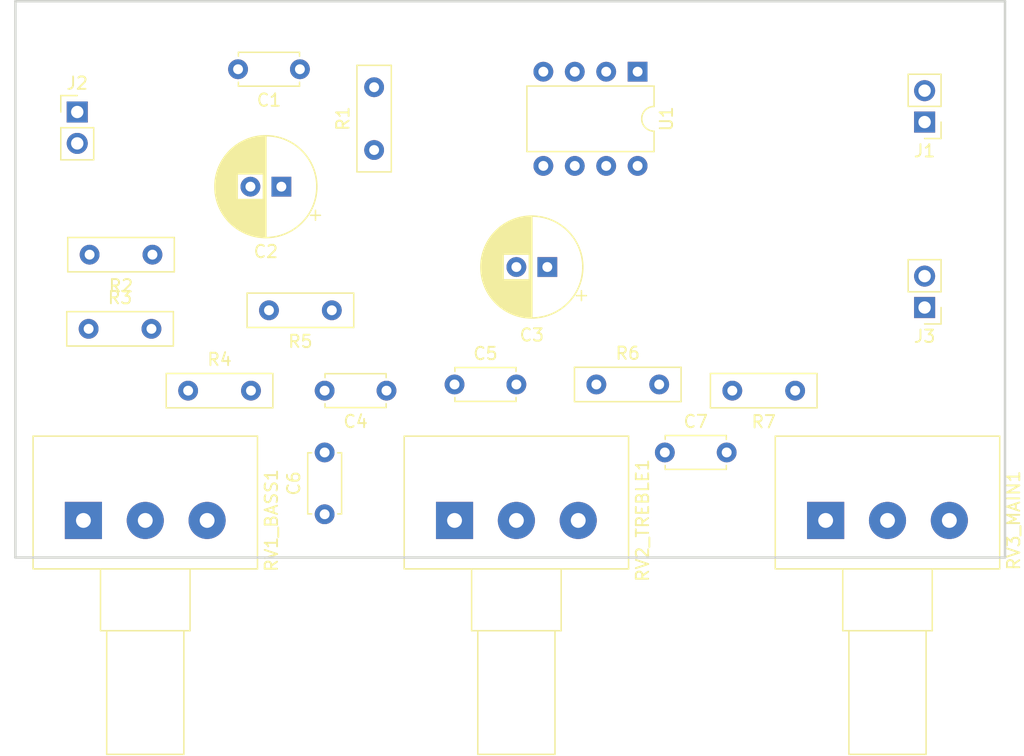
<source format=kicad_pcb>
(kicad_pcb (version 20240108) (generator "pcbnew") (generator_version "8.0")
  (layers (0 "F.Cu" signal) (31 "B.Cu" signal) (34 "B.Paste" user) (35 "F.Paste" user) (36 "B.SilkS" user "B.Silkscreen") (37 "F.SilkS" user "F.Silkscreen") (38 "B.Mask" user) (39 "F.Mask" user) (44 "Edge.Cuts" user))
  (net 0 "")
  (net 1 "-Aud_in")
  (net 2 "Net-(U1A-+)")
  (net 3 "Net-(C2-Pad2)")
  (net 4 "+Aud_in")
  (net 5 "Net-(C3-Pad1)")
  (net 6 "Net-(C3-Pad2)")
  (net 7 "Net-(C4-Pad2)")
  (net 8 "Net-(C5-Pad2)")
  (net 9 "Net-(C6-Pad1)")
  (net 10 "Net-(C7-Pad1)")
  (net 11 "Net-(C7-Pad2)")
  (net 12 "+VDC")
  (net 13 "-VDC")
  (net 14 "+Aud_Out")
  (net 15 "GND")
  (net 16 "Net-(U1A--)")
  (net 17 "Net-(R5-Pad2)")
  (net 18 "Net-(R6-Pad2)")
  (footprint "Capacitor_THT:C_Disc_D4.7mm_W2.5mm_P5.00mm" (layer "F.Cu") (at 212.5 101.5)
    (property "Reference" "C7" (at 2.5 -2.5 360) (layer "F.SilkS"))
    (property "Value" "C")
    (fp_line (start 0.03 -1.37) (end 0.03 -1.055) (stroke (width 0.12)) (layer "F.SilkS"))
    (fp_line (start 0.03 -1.37) (end 4.97 -1.37) (stroke (width 0.12)) (layer "F.SilkS"))
    (fp_line (start 0.03 1.055) (end 0.03 1.37) (stroke (width 0.12)) (layer "F.SilkS"))
    (fp_line (start 0.03 1.37) (end 4.97 1.37) (stroke (width 0.12)) (layer "F.SilkS"))
    (fp_line (start 4.97 -1.37) (end 4.97 -1.055) (stroke (width 0.12)) (layer "F.SilkS"))
    (fp_line (start 4.97 1.055) (end 4.97 1.37) (stroke (width 0.12)) (layer "F.SilkS"))
    (pad "1" thru_hole circle (at 0 0) (size 1.6 1.6) (drill 0.8) (layers "*.Cu" "*.Mask") (net 10 "Net-(C7-Pad1)"))
    (pad "2" thru_hole circle (at 5 0) (size 1.6 1.6) (drill 0.8) (layers "*.Cu" "*.Mask") (net 11 "Net-(C7-Pad2)"))
  )
  (footprint "Capacitor_THT:C_Disc_D4.7mm_W2.5mm_P5.00mm" (layer "F.Cu") (at 195.5 96)
    (property "Reference" "C5" (at 2.5 -2.5 0) (layer "F.SilkS"))
    (property "Value" "22nF")
    (fp_line (start 0.03 -1.37) (end 0.03 -1.055) (stroke (width 0.12)) (layer "F.SilkS"))
    (fp_line (start 0.03 -1.37) (end 4.97 -1.37) (stroke (width 0.12)) (layer "F.SilkS"))
    (fp_line (start 0.03 1.055) (end 0.03 1.37) (stroke (width 0.12)) (layer "F.SilkS"))
    (fp_line (start 0.03 1.37) (end 4.97 1.37) (stroke (width 0.12)) (layer "F.SilkS"))
    (fp_line (start 4.97 -1.37) (end 4.97 -1.055) (stroke (width 0.12)) (layer "F.SilkS"))
    (fp_line (start 4.97 1.055) (end 4.97 1.37) (stroke (width 0.12)) (layer "F.SilkS"))
    (pad "1" thru_hole circle (at 0 0) (size 1.6 1.6) (drill 0.8) (layers "*.Cu" "*.Mask") (net 7 "Net-(C4-Pad2)"))
    (pad "2" thru_hole circle (at 5 0) (size 1.6 1.6) (drill 0.8) (layers "*.Cu" "*.Mask") (net 8 "Net-(C5-Pad2)"))
  )
  (footprint "Potentiometer_THT:Potentiometer_Alps_RK163_Single_Horizontal" (layer "F.Cu") (at 195.5 107 90)
    (property "Reference" "RV2_TREBLE1" (at 0 15.2 90) (layer "F.SilkS"))
    (property "Value" "100K")
    (fp_line (start 6.82 -4.07) (end -3.92 -4.07) (stroke (width 0.12)) (layer "F.SilkS"))
    (fp_line (start -3.92 1.38) (end -8.92 1.38) (stroke (width 0.12)) (layer "F.SilkS"))
    (fp_line (start -8.92 1.88) (end -18.92 1.88) (stroke (width 0.12)) (layer "F.SilkS"))
    (fp_line (start -8.92 8.12) (end -18.92 8.12) (stroke (width 0.12)) (layer "F.SilkS"))
    (fp_line (start -18.92 8.12) (end -18.92 1.88) (stroke (width 0.12)) (layer "F.SilkS"))
    (fp_line (start -3.92 8.62) (end -8.92 8.62) (stroke (width 0.12)) (layer "F.SilkS"))
    (fp_line (start -8.92 8.62) (end -8.92 1.38) (stroke (width 0.12)) (layer "F.SilkS"))
    (fp_line (start 6.82 14.07) (end 6.82 -4.07) (stroke (width 0.12)) (layer "F.SilkS"))
    (fp_line (start 6.82 14.07) (end -3.92 14.07) (stroke (width 0.12)) (layer "F.SilkS"))
    (fp_line (start -3.92 14.07) (end -3.92 -4.07) (stroke (width 0.12)) (layer "F.SilkS"))
    (pad "1" thru_hole rect (at 0 0 270) (size 3 3) (drill 1.2) (layers "*.Cu" "*.Mask") (net 10 "Net-(C7-Pad1)"))
    (pad "2" thru_hole circle (at 0 5 270) (size 3 3) (drill 1.2) (layers "*.Cu" "*.Mask") (net 18 "Net-(R6-Pad2)"))
    (pad "3" thru_hole circle (at 0 10 270) (size 3 3) (drill 1.2) (layers "*.Cu" "*.Mask") (net 8 "Net-(C5-Pad2)"))
  )
  (footprint "Potentiometer_THT:Potentiometer_Alps_RK163_Single_Horizontal" (layer "F.Cu") (at 165.5 107 90)
    (property "Reference" "RV1_BASS1" (at 0 15.2 90) (layer "F.SilkS"))
    (property "Value" "100K")
    (fp_line (start 6.82 -4.07) (end -3.92 -4.07) (stroke (width 0.12)) (layer "F.SilkS"))
    (fp_line (start -3.92 1.38) (end -8.92 1.38) (stroke (width 0.12)) (layer "F.SilkS"))
    (fp_line (start -8.92 1.88) (end -18.92 1.88) (stroke (width 0.12)) (layer "F.SilkS"))
    (fp_line (start -8.92 8.12) (end -18.92 8.12) (stroke (width 0.12)) (layer "F.SilkS"))
    (fp_line (start -18.92 8.12) (end -18.92 1.88) (stroke (width 0.12)) (layer "F.SilkS"))
    (fp_line (start -3.92 8.62) (end -8.92 8.62) (stroke (width 0.12)) (layer "F.SilkS"))
    (fp_line (start -8.92 8.62) (end -8.92 1.38) (stroke (width 0.12)) (layer "F.SilkS"))
    (fp_line (start 6.82 14.07) (end 6.82 -4.07) (stroke (width 0.12)) (layer "F.SilkS"))
    (fp_line (start 6.82 14.07) (end -3.92 14.07) (stroke (width 0.12)) (layer "F.SilkS"))
    (fp_line (start -3.92 14.07) (end -3.92 -4.07) (stroke (width 0.12)) (layer "F.SilkS"))
    (pad "1" thru_hole rect (at 0 0 270) (size 3 3) (drill 1.2) (layers "*.Cu" "*.Mask") (net 17 "Net-(R5-Pad2)"))
    (pad "2" thru_hole circle (at 0 5 270) (size 3 3) (drill 1.2) (layers "*.Cu" "*.Mask") (net 7 "Net-(C4-Pad2)"))
    (pad "3" thru_hole circle (at 0 10 270) (size 3 3) (drill 1.2) (layers "*.Cu" "*.Mask") (net 9 "Net-(C6-Pad1)"))
  )
  (footprint "Capacitor_THT:CP_Radial_D8.0mm_P2.50mm" (layer "F.Cu") (at 203 86.5 180)
    (property "Reference" "C3" (at 1.25 -5.5 360) (layer "F.SilkS"))
    (property "Value" "2.2uF")
    (fp_line (start 5.331 -0.533) (end 5.331 0.533) (stroke (width 0.12)) (layer "F.SilkS"))
    (fp_line (start 5.291 -0.768) (end 5.291 0.768) (stroke (width 0.12)) (layer "F.SilkS"))
    (fp_line (start 5.251 -0.948) (end 5.251 0.948) (stroke (width 0.12)) (layer "F.SilkS"))
    (fp_line (start 5.211 -1.098) (end 5.211 1.098) (stroke (width 0.12)) (layer "F.SilkS"))
    (fp_line (start 5.171 -1.229) (end 5.171 1.229) (stroke (width 0.12)) (layer "F.SilkS"))
    (fp_line (start 5.131 -1.346) (end 5.131 1.346) (stroke (width 0.12)) (layer "F.SilkS"))
    (fp_line (start 5.091 -1.453) (end 5.091 1.453) (stroke (width 0.12)) (layer "F.SilkS"))
    (fp_line (start 5.051 -1.552) (end 5.051 1.552) (stroke (width 0.12)) (layer "F.SilkS"))
    (fp_line (start 5.011 -1.645) (end 5.011 1.645) (stroke (width 0.12)) (layer "F.SilkS"))
    (fp_line (start 4.971 -1.731) (end 4.971 1.731) (stroke (width 0.12)) (layer "F.SilkS"))
    (fp_line (start 4.931 -1.813) (end 4.931 1.813) (stroke (width 0.12)) (layer "F.SilkS"))
    (fp_line (start 4.891 -1.89) (end 4.891 1.89) (stroke (width 0.12)) (layer "F.SilkS"))
    (fp_line (start 4.851 -1.964) (end 4.851 1.964) (stroke (width 0.12)) (layer "F.SilkS"))
    (fp_line (start 4.811 -2.034) (end 4.811 2.034) (stroke (width 0.12)) (layer "F.SilkS"))
    (fp_line (start 4.771 -2.102) (end 4.771 2.102) (stroke (width 0.12)) (layer "F.SilkS"))
    (fp_line (start 4.731 -2.166) (end 4.731 2.166) (stroke (width 0.12)) (layer "F.SilkS"))
    (fp_line (start 4.691 -2.228) (end 4.691 2.228) (stroke (width 0.12)) (layer "F.SilkS"))
    (fp_line (start 4.651 -2.287) (end 4.651 2.287) (stroke (width 0.12)) (layer "F.SilkS"))
    (fp_line (start 4.611 -2.345) (end 4.611 2.345) (stroke (width 0.12)) (layer "F.SilkS"))
    (fp_line (start 4.571 -2.4) (end 4.571 2.4) (stroke (width 0.12)) (layer "F.SilkS"))
    (fp_line (start 4.531 -2.454) (end 4.531 2.454) (stroke (width 0.12)) (layer "F.SilkS"))
    (fp_line (start 4.491 -2.505) (end 4.491 2.505) (stroke (width 0.12)) (layer "F.SilkS"))
    (fp_line (start 4.451 -2.556) (end 4.451 2.556) (stroke (width 0.12)) (layer "F.SilkS"))
    (fp_line (start 4.411 -2.604) (end 4.411 2.604) (stroke (width 0.12)) (layer "F.SilkS"))
    (fp_line (start 4.371 -2.651) (end 4.371 2.651) (stroke (width 0.12)) (layer "F.SilkS"))
    (fp_line (start 4.331 -2.697) (end 4.331 2.697) (stroke (width 0.12)) (layer "F.SilkS"))
    (fp_line (start 4.291 -2.741) (end 4.291 2.741) (stroke (width 0.12)) (layer "F.SilkS"))
    (fp_line (start 4.251 -2.784) (end 4.251 2.784) (stroke (width 0.12)) (layer "F.SilkS"))
    (fp_line (start 4.211 -2.826) (end 4.211 2.826) (stroke (width 0.12)) (layer "F.SilkS"))
    (fp_line (start 4.171 -2.867) (end 4.171 2.867) (stroke (width 0.12)) (layer "F.SilkS"))
    (fp_line (start 4.131 -2.907) (end 4.131 2.907) (stroke (width 0.12)) (layer "F.SilkS"))
    (fp_line (start 4.091 -2.945) (end 4.091 2.945) (stroke (width 0.12)) (layer "F.SilkS"))
    (fp_line (start 4.051 -2.983) (end 4.051 2.983) (stroke (width 0.12)) (layer "F.SilkS"))
    (fp_line (start 4.011 -3.019) (end 4.011 3.019) (stroke (width 0.12)) (layer "F.SilkS"))
    (fp_line (start 3.971 -3.055) (end 3.971 3.055) (stroke (width 0.12)) (layer "F.SilkS"))
    (fp_line (start 3.931 -3.09) (end 3.931 3.09) (stroke (width 0.12)) (layer "F.SilkS"))
    (fp_line (start 3.891 -3.124) (end 3.891 3.124) (stroke (width 0.12)) (layer "F.SilkS"))
    (fp_line (start 3.851 -3.156) (end 3.851 3.156) (stroke (width 0.12)) (layer "F.SilkS"))
    (fp_line (start 3.811 -3.189) (end 3.811 3.189) (stroke (width 0.12)) (layer "F.SilkS"))
    (fp_line (start 3.771 -3.22) (end 3.771 3.22) (stroke (width 0.12)) (layer "F.SilkS"))
    (fp_line (start 3.731 -3.25) (end 3.731 3.25) (stroke (width 0.12)) (layer "F.SilkS"))
    (fp_line (start 3.691 -3.28) (end 3.691 3.28) (stroke (width 0.12)) (layer "F.SilkS"))
    (fp_line (start 3.651 -3.309) (end 3.651 3.309) (stroke (width 0.12)) (layer "F.SilkS"))
    (fp_line (start 3.611 -3.338) (end 3.611 3.338) (stroke (width 0.12)) (layer "F.SilkS"))
    (fp_line (start 3.571 -3.365) (end 3.571 3.365) (stroke (width 0.12)) (layer "F.SilkS"))
    (fp_line (start 3.531 1.04) (end 3.531 3.392) (stroke (width 0.12)) (layer "F.SilkS"))
    (fp_line (start 3.531 -3.392) (end 3.531 -1.04) (stroke (width 0.12)) (layer "F.SilkS"))
    (fp_line (start 3.491 1.04) (end 3.491 3.418) (stroke (width 0.12)) (layer "F.SilkS"))
    (fp_line (start 3.491 -3.418) (end 3.491 -1.04) (stroke (width 0.12)) (layer "F.SilkS"))
    (fp_line (start 3.451 1.04) (end 3.451 3.444) (stroke (width 0.12)) (layer "F.SilkS"))
    (fp_line (start 3.451 -3.444) (end 3.451 -1.04) (stroke (width 0.12)) (layer "F.SilkS"))
    (fp_line (start 3.411 1.04) (end 3.411 3.469) (stroke (width 0.12)) (layer "F.SilkS"))
    (fp_line (start 3.411 -3.469) (end 3.411 -1.04) (stroke (width 0.12)) (layer "F.SilkS"))
    (fp_line (start 3.371 1.04) (end 3.371 3.493) (stroke (width 0.12)) (layer "F.SilkS"))
    (fp_line (start 3.371 -3.493) (end 3.371 -1.04) (stroke (width 0.12)) (layer "F.SilkS"))
    (fp_line (start 3.331 1.04) (end 3.331 3.517) (stroke (width 0.12)) (layer "F.SilkS"))
    (fp_line (start 3.331 -3.517) (end 3.331 -1.04) (stroke (width 0.12)) (layer "F.SilkS"))
    (fp_line (start 3.291 1.04) (end 3.291 3.54) (stroke (width 0.12)) (layer "F.SilkS"))
    (fp_line (start 3.291 -3.54) (end 3.291 -1.04) (stroke (width 0.12)) (layer "F.SilkS"))
    (fp_line (start 3.251 1.04) (end 3.251 3.562) (stroke (width 0.12)) (layer "F.SilkS"))
    (fp_line (start 3.251 -3.562) (end 3.251 -1.04) (stroke (width 0.12)) (layer "F.SilkS"))
    (fp_line (start 3.211 1.04) (end 3.211 3.584) (stroke (width 0.12)) (layer "F.SilkS"))
    (fp_line (start 3.211 -3.584) (end 3.211 -1.04) (stroke (width 0.12)) (layer "F.SilkS"))
    (fp_line (start 3.171 1.04) (end 3.171 3.606) (stroke (width 0.12)) (layer "F.SilkS"))
    (fp_line (start 3.171 -3.606) (end 3.171 -1.04) (stroke (width 0.12)) (layer "F.SilkS"))
    (fp_line (start 3.131 1.04) (end 3.131 3.627) (stroke (width 0.12)) (layer "F.SilkS"))
    (fp_line (start 3.131 -3.627) (end 3.131 -1.04) (stroke (width 0.12)) (layer "F.SilkS"))
    (fp_line (start 3.091 1.04) (end 3.091 3.647) (stroke (width 0.12)) (layer "F.SilkS"))
    (fp_line (start 3.091 -3.647) (end 3.091 -1.04) (stroke (width 0.12)) (layer "F.SilkS"))
    (fp_line (start 3.051 1.04) (end 3.051 3.666) (stroke (width 0.12)) (layer "F.SilkS"))
    (fp_line (start 3.051 -3.666) (end 3.051 -1.04) (stroke (width 0.12)) (layer "F.SilkS"))
    (fp_line (start 3.011 1.04) (end 3.011 3.686) (stroke (width 0.12)) (layer "F.SilkS"))
    (fp_line (start 3.011 -3.686) (end 3.011 -1.04) (stroke (width 0.12)) (layer "F.SilkS"))
    (fp_line (start 2.971 1.04) (end 2.971 3.704) (stroke (width 0.12)) (layer "F.SilkS"))
    (fp_line (start 2.971 -3.704) (end 2.971 -1.04) (stroke (width 0.12)) (layer "F.SilkS"))
    (fp_line (start 2.931 1.04) (end 2.931 3.722) (stroke (width 0.12)) (layer "F.SilkS"))
    (fp_line (start 2.931 -3.722) (end 2.931 -1.04) (stroke (width 0.12)) (layer "F.SilkS"))
    (fp_line (start 2.891 1.04) (end 2.891 3.74) (stroke (width 0.12)) (layer "F.SilkS"))
    (fp_line (start 2.891 -3.74) (end 2.891 -1.04) (stroke (width 0.12)) (layer "F.SilkS"))
    (fp_line (start 2.851 1.04) (end 2.851 3.757) (stroke (width 0.12)) (layer "F.SilkS"))
    (fp_line (start 2.851 -3.757) (end 2.851 -1.04) (stroke (width 0.12)) (layer "F.SilkS"))
    (fp_line (start 2.811 1.04) (end 2.811 3.774) (stroke (width 0.12)) (layer "F.SilkS"))
    (fp_line (start 2.811 -3.774) (end 2.811 -1.04) (stroke (width 0.12)) (layer "F.SilkS"))
    (fp_line (start 2.771 1.04) (end 2.771 3.79) (stroke (width 0.12)) (layer "F.SilkS"))
    (fp_line (start 2.771 -3.79) (end 2.771 -1.04) (stroke (width 0.12)) (layer "F.SilkS"))
    (fp_line (start 2.731 1.04) (end 2.731 3.805) (stroke (width 0.12)) (layer "F.SilkS"))
    (fp_line (start 2.731 -3.805) (end 2.731 -1.04) (stroke (width 0.12)) (layer "F.SilkS"))
    (fp_line (start 2.691 1.04) (end 2.691 3.821) (stroke (width 0.12)) (layer "F.SilkS"))
    (fp_line (start 2.691 -3.821) (end 2.691 -1.04) (stroke (width 0.12)) (layer "F.SilkS"))
    (fp_line (start 2.651 1.04) (end 2.651 3.835) (stroke (width 0.12)) (layer "F.SilkS"))
    (fp_line (start 2.651 -3.835) (end 2.651 -1.04) (stroke (width 0.12)) (layer "F.SilkS"))
    (fp_line (start 2.611 1.04) (end 2.611 3.85) (stroke (width 0.12)) (layer "F.SilkS"))
    (fp_line (start 2.611 -3.85) (end 2.611 -1.04) (stroke (width 0.12)) (layer "F.SilkS"))
    (fp_line (start 2.571 1.04) (end 2.571 3.863) (stroke (width 0.12)) (layer "F.SilkS"))
    (fp_line (start 2.571 -3.863) (end 2.571 -1.04) (stroke (width 0.12)) (layer "F.SilkS"))
    (fp_line (start 2.531 1.04) (end 2.531 3.877) (stroke (width 0.12)) (layer "F.SilkS"))
    (fp_line (start 2.531 -3.877) (end 2.531 -1.04) (stroke (width 0.12)) (layer "F.SilkS"))
    (fp_line (start 2.491 1.04) (end 2.491 3.889) (stroke (width 0.12)) (layer "F.SilkS"))
    (fp_line (start 2.491 -3.889) (end 2.491 -1.04) (stroke (width 0.12)) (layer "F.SilkS"))
    (fp_line (start 2.451 1.04) (end 2.451 3.902) (stroke (width 0.12)) (layer "F.SilkS"))
    (fp_line (start 2.451 -3.902) (end 2.451 -1.04) (stroke (width 0.12)) (layer "F.SilkS"))
    (fp_line (start 2.411 1.04) (end 2.411 3.914) (stroke (width 0.12)) (layer "F.SilkS"))
    (fp_line (start 2.411 -3.914) (end 2.411 -1.04) (stroke (width 0.12)) (layer "F.SilkS"))
    (fp_line (start 2.371 1.04) (end 2.371 3.925) (stroke (width 0.12)) (layer "F.SilkS"))
    (fp_line (start 2.371 -3.925) (end 2.371 -1.04) (stroke (width 0.12)) (layer "F.SilkS"))
    (fp_line (start 2.331 1.04) (end 2.331 3.936) (stroke (width 0.12)) (layer "F.SilkS"))
    (fp_line (start 2.331 -3.936) (end 2.331 -1.04) (stroke (width 0.12)) (layer "F.SilkS"))
    (fp_line (start 2.291 1.04) (end 2.291 3.947) (stroke (width 0.12)) (layer "F.SilkS"))
    (fp_line (start 2.291 -3.947) (end 2.291 -1.04) (stroke (width 0.12)) (layer "F.SilkS"))
    (fp_line (start 2.251 1.04) (end 2.251 3.957) (stroke (width 0.12)) (layer "F.SilkS"))
    (fp_line (start 2.251 -3.957) (end 2.251 -1.04) (stroke (width 0.12)) (layer "F.SilkS"))
    (fp_line (start 2.211 1.04) (end 2.211 3.967) (stroke (width 0.12)) (layer "F.SilkS"))
    (fp_line (start 2.211 -3.967) (end 2.211 -1.04) (stroke (width 0.12)) (layer "F.SilkS"))
    (fp_line (start 2.171 1.04) (end 2.171 3.976) (stroke (width 0.12)) (layer "F.SilkS"))
    (fp_line (start 2.171 -3.976) (end 2.171 -1.04) (stroke (width 0.12)) (layer "F.SilkS"))
    (fp_line (start 2.131 1.04) (end 2.131 3.985) (stroke (width 0.12)) (layer "F.SilkS"))
    (fp_line (start 2.131 -3.985) (end 2.131 -1.04) (stroke (width 0.12)) (layer "F.SilkS"))
    (fp_line (start 2.091 1.04) (end 2.091 3.994) (stroke (width 0.12)) (layer "F.SilkS"))
    (fp_line (start 2.091 -3.994) (end 2.091 -1.04) (stroke (width 0.12)) (layer "F.SilkS"))
    (fp_line (start 2.051 1.04) (end 2.051 4.002) (stroke (width 0.12)) (layer "F.SilkS"))
    (fp_line (start 2.051 -4.002) (end 2.051 -1.04) (stroke (width 0.12)) (layer "F.SilkS"))
    (fp_line (start 2.011 1.04) (end 2.011 4.01) (stroke (width 0.12)) (layer "F.SilkS"))
    (fp_line (start 2.011 -4.01) (end 2.011 -1.04) (stroke (width 0.12)) (layer "F.SilkS"))
    (fp_line (start 1.971 1.04) (end 1.971 4.017) (stroke (width 0.12)) (layer "F.SilkS"))
    (fp_line (start 1.971 -4.017) (end 1.971 -1.04) (stroke (width 0.12)) (layer "F.SilkS"))
    (fp_line (start 1.93 1.04) (end 1.93 4.024) (stroke (width 0.12)) (layer "F.SilkS"))
    (fp_line (start 1.93 -4.024) (end 1.93 -1.04) (stroke (width 0.12)) (layer "F.SilkS"))
    (fp_line (start 1.89 1.04) (end 1.89 4.03) (stroke (width 0.12)) (layer "F.SilkS"))
    (fp_line (start 1.89 -4.03) (end 1.89 -1.04) (stroke (width 0.12)) (layer "F.SilkS"))
    (fp_line (start 1.85 1.04) (end 1.85 4.037) (stroke (width 0.12)) (layer "F.SilkS"))
    (fp_line (start 1.85 -4.037) (end 1.85 -1.04) (stroke (width 0.12)) (layer "F.SilkS"))
    (fp_line (start 1.81 1.04) (end 1.81 4.042) (stroke (width 0.12)) (layer "F.SilkS"))
    (fp_line (start 1.81 -4.042) (end 1.81 -1.04) (stroke (width 0.12)) (layer "F.SilkS"))
    (fp_line (start 1.77 1.04) (end 1.77 4.048) (stroke (width 0.12)) (layer "F.SilkS"))
    (fp_line (start 1.77 -4.048) (end 1.77 -1.04) (stroke (width 0.12)) (layer "F.SilkS"))
    (fp_line (start 1.73 1.04) (end 1.73 4.052) (stroke (width 0.12)) (layer "F.SilkS"))
    (fp_line (start 1.73 -4.052) (end 1.73 -1.04) (stroke (width 0.12)) (layer "F.SilkS"))
    (fp_line (start 1.69 1.04) (end 1.69 4.057) (stroke (width 0.12)) (layer "F.SilkS"))
    (fp_line (start 1.69 -4.057) (end 1.69 -1.04) (stroke (width 0.12)) (layer "F.SilkS"))
    (fp_line (start 1.65 1.04) (end 1.65 4.061) (stroke (width 0.12)) (layer "F.SilkS"))
    (fp_line (start 1.65 -4.061) (end 1.65 -1.04) (stroke (width 0.12)) (layer "F.SilkS"))
    (fp_line (start 1.61 1.04) (end 1.61 4.065) (stroke (width 0.12)) (layer "F.SilkS"))
    (fp_line (start 1.61 -4.065) (end 1.61 -1.04) (stroke (width 0.12)) (layer "F.SilkS"))
    (fp_line (start 1.57 1.04) (end 1.57 4.068) (stroke (width 0.12)) (layer "F.SilkS"))
    (fp_line (start 1.57 -4.068) (end 1.57 -1.04) (stroke (width 0.12)) (layer "F.SilkS"))
    (fp_line (start 1.53 1.04) (end 1.53 4.071) (stroke (width 0.12)) (layer "F.SilkS"))
    (fp_line (start 1.53 -4.071) (end 1.53 -1.04) (stroke (width 0.12)) (layer "F.SilkS"))
    (fp_line (start 1.49 1.04) (end 1.49 4.074) (stroke (width 0.12)) (layer "F.SilkS"))
    (fp_line (start 1.49 -4.074) (end 1.49 -1.04) (stroke (width 0.12)) (layer "F.SilkS"))
    (fp_line (start 1.45 -4.076) (end 1.45 4.076) (stroke (width 0.12)) (layer "F.SilkS"))
    (fp_line (start 1.41 -4.077) (end 1.41 4.077) (stroke (width 0.12)) (layer "F.SilkS"))
    (fp_line (start 1.37 -4.079) (end 1.37 4.079) (stroke (width 0.12)) (layer "F.SilkS"))
    (fp_line (start 1.33 -4.08) (end 1.33 4.08) (stroke (width 0.12)) (layer "F.SilkS"))
    (fp_line (start 1.29 -4.08) (end 1.29 4.08) (stroke (width 0.12)) (layer "F.SilkS"))
    (fp_line (start 1.25 -4.08) (end 1.25 4.08) (stroke (width 0.12)) (layer "F.SilkS"))
    (fp_line (start -2.759698 -2.715) (end -2.759698 -1.915) (stroke (width 0.12)) (layer "F.SilkS"))
    (fp_line (start -3.159698 -2.315) (end -2.359698 -2.315) (stroke (width 0.12)) (layer "F.SilkS"))
    (fp_circle (center 1.25 0) (end 5.37 0) (stroke (width 0.12)) (fill none) (layer "F.SilkS"))
    (pad "1" thru_hole rect (at 0 0 180) (size 1.6 1.6) (drill 0.8) (layers "*.Cu" "*.Mask") (net 5 "Net-(C3-Pad1)"))
    (pad "2" thru_hole circle (at 2.5 0 180) (size 1.6 1.6) (drill 0.8) (layers "*.Cu" "*.Mask") (net 6 "Net-(C3-Pad2)"))
  )
  (footprint "Capacitor_THT:C_Disc_D4.7mm_W2.5mm_P5.00mm" (layer "F.Cu") (at 185 106.5 90)
    (property "Reference" "C6" (at 2.5 -2.5 90) (layer "F.SilkS"))
    (property "Value" "220nF")
    (fp_line (start 4.97 -1.37) (end 4.97 -1.055) (stroke (width 0.12)) (layer "F.SilkS"))
    (fp_line (start 0.03 -1.37) (end 4.97 -1.37) (stroke (width 0.12)) (layer "F.SilkS"))
    (fp_line (start 0.03 -1.37) (end 0.03 -1.055) (stroke (width 0.12)) (layer "F.SilkS"))
    (fp_line (start 4.97 1.055) (end 4.97 1.37) (stroke (width 0.12)) (layer "F.SilkS"))
    (fp_line (start 0.03 1.055) (end 0.03 1.37) (stroke (width 0.12)) (layer "F.SilkS"))
    (fp_line (start 0.03 1.37) (end 4.97 1.37) (stroke (width 0.12)) (layer "F.SilkS"))
    (pad "1" thru_hole circle (at 0 0 90) (size 1.6 1.6) (drill 0.8) (layers "*.Cu" "*.Mask") (net 9 "Net-(C6-Pad1)"))
    (pad "2" thru_hole circle (at 5 0 90) (size 1.6 1.6) (drill 0.8) (layers "*.Cu" "*.Mask") (net 7 "Net-(C4-Pad2)"))
  )
  (footprint "Capacitor_THT:C_Disc_D4.7mm_W2.5mm_P5.00mm" (layer "F.Cu") (at 190 96.5 180)
    (property "Reference" "C4" (at 2.5 -2.5 360) (layer "F.SilkS"))
    (property "Value" "22nF")
    (fp_line (start 4.97 1.055) (end 4.97 1.37) (stroke (width 0.12)) (layer "F.SilkS"))
    (fp_line (start 4.97 -1.37) (end 4.97 -1.055) (stroke (width 0.12)) (layer "F.SilkS"))
    (fp_line (start 0.03 1.37) (end 4.97 1.37) (stroke (width 0.12)) (layer "F.SilkS"))
    (fp_line (start 0.03 1.055) (end 0.03 1.37) (stroke (width 0.12)) (layer "F.SilkS"))
    (fp_line (start 0.03 -1.37) (end 4.97 -1.37) (stroke (width 0.12)) (layer "F.SilkS"))
    (fp_line (start 0.03 -1.37) (end 0.03 -1.055) (stroke (width 0.12)) (layer "F.SilkS"))
    (pad "1" thru_hole circle (at 0 0 180) (size 1.6 1.6) (drill 0.8) (layers "*.Cu" "*.Mask") (net 6 "Net-(C3-Pad2)"))
    (pad "2" thru_hole circle (at 5 0 180) (size 1.6 1.6) (drill 0.8) (layers "*.Cu" "*.Mask") (net 7 "Net-(C4-Pad2)"))
  )
  (footprint "Capacitor_THT:CP_Radial_D8.0mm_P2.50mm" (layer "F.Cu") (at 181.5 80 180)
    (property "Reference" "C2" (at 1.25 -5.25 360) (layer "F.SilkS"))
    (property "Value" "1uF")
    (fp_line (start 5.331 -0.533) (end 5.331 0.533) (stroke (width 0.12)) (layer "F.SilkS"))
    (fp_line (start 5.291 -0.768) (end 5.291 0.768) (stroke (width 0.12)) (layer "F.SilkS"))
    (fp_line (start 5.251 -0.948) (end 5.251 0.948) (stroke (width 0.12)) (layer "F.SilkS"))
    (fp_line (start 5.211 -1.098) (end 5.211 1.098) (stroke (width 0.12)) (layer "F.SilkS"))
    (fp_line (start 5.171 -1.229) (end 5.171 1.229) (stroke (width 0.12)) (layer "F.SilkS"))
    (fp_line (start 5.131 -1.346) (end 5.131 1.346) (stroke (width 0.12)) (layer "F.SilkS"))
    (fp_line (start 5.091 -1.453) (end 5.091 1.453) (stroke (width 0.12)) (layer "F.SilkS"))
    (fp_line (start 5.051 -1.552) (end 5.051 1.552) (stroke (width 0.12)) (layer "F.SilkS"))
    (fp_line (start 5.011 -1.645) (end 5.011 1.645) (stroke (width 0.12)) (layer "F.SilkS"))
    (fp_line (start 4.971 -1.731) (end 4.971 1.731) (stroke (width 0.12)) (layer "F.SilkS"))
    (fp_line (start 4.931 -1.813) (end 4.931 1.813) (stroke (width 0.12)) (layer "F.SilkS"))
    (fp_line (start 4.891 -1.89) (end 4.891 1.89) (stroke (width 0.12)) (layer "F.SilkS"))
    (fp_line (start 4.851 -1.964) (end 4.851 1.964) (stroke (width 0.12)) (layer "F.SilkS"))
    (fp_line (start 4.811 -2.034) (end 4.811 2.034) (stroke (width 0.12)) (layer "F.SilkS"))
    (fp_line (start 4.771 -2.102) (end 4.771 2.102) (stroke (width 0.12)) (layer "F.SilkS"))
    (fp_line (start 4.731 -2.166) (end 4.731 2.166) (stroke (width 0.12)) (layer "F.SilkS"))
    (fp_line (start 4.691 -2.228) (end 4.691 2.228) (stroke (width 0.12)) (layer "F.SilkS"))
    (fp_line (start 4.651 -2.287) (end 4.651 2.287) (stroke (width 0.12)) (layer "F.SilkS"))
    (fp_line (start 4.611 -2.345) (end 4.611 2.345) (stroke (width 0.12)) (layer "F.SilkS"))
    (fp_line (start 4.571 -2.4) (end 4.571 2.4) (stroke (width 0.12)) (layer "F.SilkS"))
    (fp_line (start 4.531 -2.454) (end 4.531 2.454) (stroke (width 0.12)) (layer "F.SilkS"))
    (fp_line (start 4.491 -2.505) (end 4.491 2.505) (stroke (width 0.12)) (layer "F.SilkS"))
    (fp_line (start 4.451 -2.556) (end 4.451 2.556) (stroke (width 0.12)) (layer "F.SilkS"))
    (fp_line (start 4.411 -2.604) (end 4.411 2.604) (stroke (width 0.12)) (layer "F.SilkS"))
    (fp_line (start 4.371 -2.651) (end 4.371 2.651) (stroke (width 0.12)) (layer "F.SilkS"))
    (fp_line (start 4.331 -2.697) (end 4.331 2.697) (stroke (width 0.12)) (layer "F.SilkS"))
    (fp_line (start 4.291 -2.741) (end 4.291 2.741) (stroke (width 0.12)) (layer "F.SilkS"))
    (fp_line (start 4.251 -2.784) (end 4.251 2.784) (stroke (width 0.12)) (layer "F.SilkS"))
    (fp_line (start 4.211 -2.826) (end 4.211 2.826) (stroke (width 0.12)) (layer "F.SilkS"))
    (fp_line (start 4.171 -2.867) (end 4.171 2.867) (stroke (width 0.12)) (layer "F.SilkS"))
    (fp_line (start 4.131 -2.907) (end 4.131 2.907) (stroke (width 0.12)) (layer "F.SilkS"))
    (fp_line (start 4.091 -2.945) (end 4.091 2.945) (stroke (width 0.12)) (layer "F.SilkS"))
    (fp_line (start 4.051 -2.983) (end 4.051 2.983) (stroke (width 0.12)) (layer "F.SilkS"))
    (fp_line (start 4.011 -3.019) (end 4.011 3.019) (stroke (width 0.12)) (layer "F.SilkS"))
    (fp_line (start 3.971 -3.055) (end 3.971 3.055) (stroke (width 0.12)) (layer "F.SilkS"))
    (fp_line (start 3.931 -3.09) (end 3.931 3.09) (stroke (width 0.12)) (layer "F.SilkS"))
    (fp_line (start 3.891 -3.124) (end 3.891 3.124) (stroke (width 0.12)) (layer "F.SilkS"))
    (fp_line (start 3.851 -3.156) (end 3.851 3.156) (stroke (width 0.12)) (layer "F.SilkS"))
    (fp_line (start 3.811 -3.189) (end 3.811 3.189) (stroke (width 0.12)) (layer "F.SilkS"))
    (fp_line (start 3.771 -3.22) (end 3.771 3.22) (stroke (width 0.12)) (layer "F.SilkS"))
    (fp_line (start 3.731 -3.25) (end 3.731 3.25) (stroke (width 0.12)) (layer "F.SilkS"))
    (fp_line (start 3.691 -3.28) (end 3.691 3.28) (stroke (width 0.12)) (layer "F.SilkS"))
    (fp_line (start 3.651 -3.309) (end 3.651 3.309) (stroke (width 0.12)) (layer "F.SilkS"))
    (fp_line (start 3.611 -3.338) (end 3.611 3.338) (stroke (width 0.12)) (layer "F.SilkS"))
    (fp_line (start 3.571 -3.365) (end 3.571 3.365) (stroke (width 0.12)) (layer "F.SilkS"))
    (fp_line (start 3.531 1.04) (end 3.531 3.392) (stroke (width 0.12)) (layer "F.SilkS"))
    (fp_line (start 3.531 -3.392) (end 3.531 -1.04) (stroke (width 0.12)) (layer "F.SilkS"))
    (fp_line (start 3.491 1.04) (end 3.491 3.418) (stroke (width 0.12)) (layer "F.SilkS"))
    (fp_line (start 3.491 -3.418) (end 3.491 -1.04) (stroke (width 0.12)) (layer "F.SilkS"))
    (fp_line (start 3.451 1.04) (end 3.451 3.444) (stroke (width 0.12)) (layer "F.SilkS"))
    (fp_line (start 3.451 -3.444) (end 3.451 -1.04) (stroke (width 0.12)) (layer "F.SilkS"))
    (fp_line (start 3.411 1.04) (end 3.411 3.469) (stroke (width 0.12)) (layer "F.SilkS"))
    (fp_line (start 3.411 -3.469) (end 3.411 -1.04) (stroke (width 0.12)) (layer "F.SilkS"))
    (fp_line (start 3.371 1.04) (end 3.371 3.493) (stroke (width 0.12)) (layer "F.SilkS"))
    (fp_line (start 3.371 -3.493) (end 3.371 -1.04) (stroke (width 0.12)) (layer "F.SilkS"))
    (fp_line (start 3.331 1.04) (end 3.331 3.517) (stroke (width 0.12)) (layer "F.SilkS"))
    (fp_line (start 3.331 -3.517) (end 3.331 -1.04) (stroke (width 0.12)) (layer "F.SilkS"))
    (fp_line (start 3.291 1.04) (end 3.291 3.54) (stroke (width 0.12)) (layer "F.SilkS"))
    (fp_line (start 3.291 -3.54) (end 3.291 -1.04) (stroke (width 0.12)) (layer "F.SilkS"))
    (fp_line (start 3.251 1.04) (end 3.251 3.562) (stroke (width 0.12)) (layer "F.SilkS"))
    (fp_line (start 3.251 -3.562) (end 3.251 -1.04) (stroke (width 0.12)) (layer "F.SilkS"))
    (fp_line (start 3.211 1.04) (end 3.211 3.584) (stroke (width 0.12)) (layer "F.SilkS"))
    (fp_line (start 3.211 -3.584) (end 3.211 -1.04) (stroke (width 0.12)) (layer "F.SilkS"))
    (fp_line (start 3.171 1.04) (end 3.171 3.606) (stroke (width 0.12)) (layer "F.SilkS"))
    (fp_line (start 3.171 -3.606) (end 3.171 -1.04) (stroke (width 0.12)) (layer "F.SilkS"))
    (fp_line (start 3.131 1.04) (end 3.131 3.627) (stroke (width 0.12)) (layer "F.SilkS"))
    (fp_line (start 3.131 -3.627) (end 3.131 -1.04) (stroke (width 0.12)) (layer "F.SilkS"))
    (fp_line (start 3.091 1.04) (end 3.091 3.647) (stroke (width 0.12)) (layer "F.SilkS"))
    (fp_line (start 3.091 -3.647) (end 3.091 -1.04) (stroke (width 0.12)) (layer "F.SilkS"))
    (fp_line (start 3.051 1.04) (end 3.051 3.666) (stroke (width 0.12)) (layer "F.SilkS"))
    (fp_line (start 3.051 -3.666) (end 3.051 -1.04) (stroke (width 0.12)) (layer "F.SilkS"))
    (fp_line (start 3.011 1.04) (end 3.011 3.686) (stroke (width 0.12)) (layer "F.SilkS"))
    (fp_line (start 3.011 -3.686) (end 3.011 -1.04) (stroke (width 0.12)) (layer "F.SilkS"))
    (fp_line (start 2.971 1.04) (end 2.971 3.704) (stroke (width 0.12)) (layer "F.SilkS"))
    (fp_line (start 2.971 -3.704) (end 2.971 -1.04) (stroke (width 0.12)) (layer "F.SilkS"))
    (fp_line (start 2.931 1.04) (end 2.931 3.722) (stroke (width 0.12)) (layer "F.SilkS"))
    (fp_line (start 2.931 -3.722) (end 2.931 -1.04) (stroke (width 0.12)) (layer "F.SilkS"))
    (fp_line (start 2.891 1.04) (end 2.891 3.74) (stroke (width 0.12)) (layer "F.SilkS"))
    (fp_line (start 2.891 -3.74) (end 2.891 -1.04) (stroke (width 0.12)) (layer "F.SilkS"))
    (fp_line (start 2.851 1.04) (end 2.851 3.757) (stroke (width 0.12)) (layer "F.SilkS"))
    (fp_line (start 2.851 -3.757) (end 2.851 -1.04) (stroke (width 0.12)) (layer "F.SilkS"))
    (fp_line (start 2.811 1.04) (end 2.811 3.774) (stroke (width 0.12)) (layer "F.SilkS"))
    (fp_line (start 2.811 -3.774) (end 2.811 -1.04) (stroke (width 0.12)) (layer "F.SilkS"))
    (fp_line (start 2.771 1.04) (end 2.771 3.79) (stroke (width 0.12)) (layer "F.SilkS"))
    (fp_line (start 2.771 -3.79) (end 2.771 -1.04) (stroke (width 0.12)) (layer "F.SilkS"))
    (fp_line (start 2.731 1.04) (end 2.731 3.805) (stroke (width 0.12)) (layer "F.SilkS"))
    (fp_line (start 2.731 -3.805) (end 2.731 -1.04) (stroke (width 0.12)) (layer "F.SilkS"))
    (fp_line (start 2.691 1.04) (end 2.691 3.821) (stroke (width 0.12)) (layer "F.SilkS"))
    (fp_line (start 2.691 -3.821) (end 2.691 -1.04) (stroke (width 0.12)) (layer "F.SilkS"))
    (fp_line (start 2.651 1.04) (end 2.651 3.835) (stroke (width 0.12)) (layer "F.SilkS"))
    (fp_line (start 2.651 -3.835) (end 2.651 -1.04) (stroke (width 0.12)) (layer "F.SilkS"))
    (fp_line (start 2.611 1.04) (end 2.611 3.85) (stroke (width 0.12)) (layer "F.SilkS"))
    (fp_line (start 2.611 -3.85) (end 2.611 -1.04) (stroke (width 0.12)) (layer "F.SilkS"))
    (fp_line (start 2.571 1.04) (end 2.571 3.863) (stroke (width 0.12)) (layer "F.SilkS"))
    (fp_line (start 2.571 -3.863) (end 2.571 -1.04) (stroke (width 0.12)) (layer "F.SilkS"))
    (fp_line (start 2.531 1.04) (end 2.531 3.877) (stroke (width 0.12)) (layer "F.SilkS"))
    (fp_line (start 2.531 -3.877) (end 2.531 -1.04) (stroke (width 0.12)) (layer "F.SilkS"))
    (fp_line (start 2.491 1.04) (end 2.491 3.889) (stroke (width 0.12)) (layer "F.SilkS"))
    (fp_line (start 2.491 -3.889) (end 2.491 -1.04) (stroke (width 0.12)) (layer "F.SilkS"))
    (fp_line (start 2.451 1.04) (end 2.451 3.902) (stroke (width 0.12)) (layer "F.SilkS"))
    (fp_line (start 2.451 -3.902) (end 2.451 -1.04) (stroke (width 0.12)) (layer "F.SilkS"))
    (fp_line (start 2.411 1.04) (end 2.411 3.914) (stroke (width 0.12)) (layer "F.SilkS"))
    (fp_line (start 2.411 -3.914) (end 2.411 -1.04) (stroke (width 0.12)) (layer "F.SilkS"))
    (fp_line (start 2.371 1.04) (end 2.371 3.925) (stroke (width 0.12)) (layer "F.SilkS"))
    (fp_line (start 2.371 -3.925) (end 2.371 -1.04) (stroke (width 0.12)) (layer "F.SilkS"))
    (fp_line (start 2.331 1.04) (end 2.331 3.936) (stroke (width 0.12)) (layer "F.SilkS"))
    (fp_line (start 2.331 -3.936) (end 2.331 -1.04) (stroke (width 0.12)) (layer "F.SilkS"))
    (fp_line (start 2.291 1.04) (end 2.291 3.947) (stroke (width 0.12)) (layer "F.SilkS"))
    (fp_line (start 2.291 -3.947) (end 2.291 -1.04) (stroke (width 0.12)) (layer "F.SilkS"))
    (fp_line (start 2.251 1.04) (end 2.251 3.957) (stroke (width 0.12)) (layer "F.SilkS"))
    (fp_line (start 2.251 -3.957) (end 2.251 -1.04) (stroke (width 0.12)) (layer "F.SilkS"))
    (fp_line (start 2.211 1.04) (end 2.211 3.967) (stroke (width 0.12)) (layer "F.SilkS"))
    (fp_line (start 2.211 -3.967) (end 2.211 -1.04) (stroke (width 0.12)) (layer "F.SilkS"))
    (fp_line (start 2.171 1.04) (end 2.171 3.976) (stroke (width 0.12)) (layer "F.SilkS"))
    (fp_line (start 2.171 -3.976) (end 2.171 -1.04) (stroke (width 0.12)) (layer "F.SilkS"))
    (fp_line (start 2.131 1.04) (end 2.131 3.985) (stroke (width 0.12)) (layer "F.SilkS"))
    (fp_line (start 2.131 -3.985) (end 2.131 -1.04) (stroke (width 0.12)) (layer "F.SilkS"))
    (fp_line (start 2.091 1.04) (end 2.091 3.994) (stroke (width 0.12)) (layer "F.SilkS"))
    (fp_line (start 2.091 -3.994) (end 2.091 -1.04) (stroke (width 0.12)) (layer "F.SilkS"))
    (fp_line (start 2.051 1.04) (end 2.051 4.002) (stroke (width 0.12)) (layer "F.SilkS"))
    (fp_line (start 2.051 -4.002) (end 2.051 -1.04) (stroke (width 0.12)) (layer "F.SilkS"))
    (fp_line (start 2.011 1.04) (end 2.011 4.01) (stroke (width 0.12)) (layer "F.SilkS"))
    (fp_line (start 2.011 -4.01) (end 2.011 -1.04) (stroke (width 0.12)) (layer "F.SilkS"))
    (fp_line (start 1.971 1.04) (end 1.971 4.017) (stroke (width 0.12)) (layer "F.SilkS"))
    (fp_line (start 1.971 -4.017) (end 1.971 -1.04) (stroke (width 0.12)) (layer "F.SilkS"))
    (fp_line (start 1.93 1.04) (end 1.93 4.024) (stroke (width 0.12)) (layer "F.SilkS"))
    (fp_line (start 1.93 -4.024) (end 1.93 -1.04) (stroke (width 0.12)) (layer "F.SilkS"))
    (fp_line (start 1.89 1.04) (end 1.89 4.03) (stroke (width 0.12)) (layer "F.SilkS"))
    (fp_line (start 1.89 -4.03) (end 1.89 -1.04) (stroke (width 0.12)) (layer "F.SilkS"))
    (fp_line (start 1.85 1.04) (end 1.85 4.037) (stroke (width 0.12)) (layer "F.SilkS"))
    (fp_line (start 1.85 -4.037) (end 1.85 -1.04) (stroke (width 0.12)) (layer "F.SilkS"))
    (fp_line (start 1.81 1.04) (end 1.81 4.042) (stroke (width 0.12)) (layer "F.SilkS"))
    (fp_line (start 1.81 -4.042) (end 1.81 -1.04) (stroke (width 0.12)) (layer "F.SilkS"))
    (fp_line (start 1.77 1.04) (end 1.77 4.048) (stroke (width 0.12)) (layer "F.SilkS"))
    (fp_line (start 1.77 -4.048) (end 1.77 -1.04) (stroke (width 0.12)) (layer "F.SilkS"))
    (fp_line (start 1.73 1.04) (end 1.73 4.052) (stroke (width 0.12)) (layer "F.SilkS"))
    (fp_line (start 1.73 -4.052) (end 1.73 -1.04) (stroke (width 0.12)) (layer "F.SilkS"))
    (fp_line (start 1.69 1.04) (end 1.69 4.057) (stroke (width 0.12)) (layer "F.SilkS"))
    (fp_line (start 1.69 -4.057) (end 1.69 -1.04) (stroke (width 0.12)) (layer "F.SilkS"))
    (fp_line (start 1.65 1.04) (end 1.65 4.061) (stroke (width 0.12)) (layer "F.SilkS"))
    (fp_line (start 1.65 -4.061) (end 1.65 -1.04) (stroke (width 0.12)) (layer "F.SilkS"))
    (fp_line (start 1.61 1.04) (end 1.61 4.065) (stroke (width 0.12)) (layer "F.SilkS"))
    (fp_line (start 1.61 -4.065) (end 1.61 -1.04) (stroke (width 0.12)) (layer "F.SilkS"))
    (fp_line (start 1.57 1.04) (end 1.57 4.068) (stroke (width 0.12)) (layer "F.SilkS"))
    (fp_line (start 1.57 -4.068) (end 1.57 -1.04) (stroke (width 0.12)) (layer "F.SilkS"))
    (fp_line (start 1.53 1.04) (end 1.53 4.071) (stroke (width 0.12)) (layer "F.SilkS"))
    (fp_line (start 1.53 -4.071) (end 1.53 -1.04) (stroke (width 0.12)) (layer "F.SilkS"))
    (fp_line (start 1.49 1.04) (end 1.49 4.074) (stroke (width 0.12)) (layer "F.SilkS"))
    (fp_line (start 1.49 -4.074) (end 1.49 -1.04) (stroke (width 0.12)) (layer "F.SilkS"))
    (fp_line (start 1.45 -4.076) (end 1.45 4.076) (stroke (width 0.12)) (layer "F.SilkS"))
    (fp_line (start 1.41 -4.077) (end 1.41 4.077) (stroke (width 0.12)) (layer "F.SilkS"))
    (fp_line (start 1.37 -4.079) (end 1.37 4.079) (stroke (width 0.12)) (layer "F.SilkS"))
    (fp_line (start 1.33 -4.08) (end 1.33 4.08) (stroke (width 0.12)) (layer "F.SilkS"))
    (fp_line (start 1.29 -4.08) (end 1.29 4.08) (stroke (width 0.12)) (layer "F.SilkS"))
    (fp_line (start 1.25 -4.08) (end 1.25 4.08) (stroke (width 0.12)) (layer "F.SilkS"))
    (fp_line (start -2.759698 -2.715) (end -2.759698 -1.915) (stroke (width 0.12)) (layer "F.SilkS"))
    (fp_line (start -3.159698 -2.315) (end -2.359698 -2.315) (stroke (width 0.12)) (layer "F.SilkS"))
    (fp_circle (center 1.25 0) (end 5.37 0) (stroke (width 0.12)) (fill none) (layer "F.SilkS"))
    (pad "1" thru_hole rect (at 0 0 180) (size 1.6 1.6) (drill 0.8) (layers "*.Cu" "*.Mask") (net 4 "+Aud_in"))
    (pad "2" thru_hole circle (at 2.5 0 180) (size 1.6 1.6) (drill 0.8) (layers "*.Cu" "*.Mask") (net 3 "Net-(C2-Pad2)"))
  )
  (footprint "Capacitor_THT:C_Disc_D4.7mm_W2.5mm_P5.00mm" (layer "F.Cu") (at 183 70.5 180)
    (property "Reference" "C1" (at 2.5 -2.5 360) (layer "F.SilkS"))
    (property "Value" "100pF")
    (fp_line (start 4.97 1.055) (end 4.97 1.37) (stroke (width 0.12)) (layer "F.SilkS"))
    (fp_line (start 4.97 -1.37) (end 4.97 -1.055) (stroke (width 0.12)) (layer "F.SilkS"))
    (fp_line (start 0.03 1.37) (end 4.97 1.37) (stroke (width 0.12)) (layer "F.SilkS"))
    (fp_line (start 0.03 1.055) (end 0.03 1.37) (stroke (width 0.12)) (layer "F.SilkS"))
    (fp_line (start 0.03 -1.37) (end 4.97 -1.37) (stroke (width 0.12)) (layer "F.SilkS"))
    (fp_line (start 0.03 -1.37) (end 0.03 -1.055) (stroke (width 0.12)) (layer "F.SilkS"))
    (pad "1" thru_hole circle (at 0 0 180) (size 1.6 1.6) (drill 0.8) (layers "*.Cu" "*.Mask") (net 2 "Net-(U1A-+)"))
    (pad "2" thru_hole circle (at 5 0 180) (size 1.6 1.6) (drill 0.8) (layers "*.Cu" "*.Mask") (net 1 "-Aud_in"))
  )
  (footprint "Resistor_THT:R_Box_L8.4mm_W2.5mm_P5.08mm" (layer "F.Cu") (at 171.08 85.5 180)
    (property "Reference" "R2" (at 2.54 -2.52 360) (layer "F.SilkS"))
    (property "Value" "100k")
    (fp_line (start 6.85 -1.39) (end 6.85 1.39) (stroke (width 0.12)) (layer "F.SilkS"))
    (fp_line (start -1.77 1.39) (end 6.85 1.39) (stroke (width 0.12)) (layer "F.SilkS"))
    (fp_line (start -1.77 -1.39) (end 6.85 -1.39) (stroke (width 0.12)) (layer "F.SilkS"))
    (fp_line (start -1.77 -1.39) (end -1.77 1.39) (stroke (width 0.12)) (layer "F.SilkS"))
    (pad "1" thru_hole circle (at 0 0 180) (size 1.6 1.6) (drill 0.8) (layers "*.Cu" "*.Mask") (net 3 "Net-(C2-Pad2)"))
    (pad "2" thru_hole circle (at 5.08 0 180) (size 1.6 1.6) (drill 0.8) (layers "*.Cu" "*.Mask") (net 1 "-Aud_in"))
  )
  (footprint "Resistor_THT:R_Box_L8.4mm_W2.5mm_P5.08mm" (layer "F.Cu") (at 223.035 96.5 180)
    (property "Reference" "R7" (at 2.54 -2.52 360) (layer "F.SilkS"))
    (property "Value" "1K")
    (fp_line (start 6.85 -1.39) (end 6.85 1.39) (stroke (width 0.12)) (layer "F.SilkS"))
    (fp_line (start -1.77 1.39) (end 6.85 1.39) (stroke (width 0.12)) (layer "F.SilkS"))
    (fp_line (start -1.77 -1.39) (end 6.85 -1.39) (stroke (width 0.12)) (layer "F.SilkS"))
    (fp_line (start -1.77 -1.39) (end -1.77 1.39) (stroke (width 0.12)) (layer "F.SilkS"))
    (pad "1" thru_hole circle (at 0 0 180) (size 1.6 1.6) (drill 0.8) (layers "*.Cu" "*.Mask") (net 11 "Net-(C7-Pad2)"))
    (pad "2" thru_hole circle (at 5.08 0 180) (size 1.6 1.6) (drill 0.8) (layers "*.Cu" "*.Mask") (net 9 "Net-(C6-Pad1)"))
  )
  (footprint "Resistor_THT:R_Box_L8.4mm_W2.5mm_P5.08mm" (layer "F.Cu") (at 189 77.035 90)
    (property "Reference" "R1" (at 2.54 -2.52 90) (layer "F.SilkS"))
    (property "Value" "1k")
    (fp_line (start 6.85 -1.39) (end 6.85 1.39) (stroke (width 0.12)) (layer "F.SilkS"))
    (fp_line (start -1.77 -1.39) (end 6.85 -1.39) (stroke (width 0.12)) (layer "F.SilkS"))
    (fp_line (start -1.77 -1.39) (end -1.77 1.39) (stroke (width 0.12)) (layer "F.SilkS"))
    (fp_line (start -1.77 1.39) (end 6.85 1.39) (stroke (width 0.12)) (layer "F.SilkS"))
    (pad "1" thru_hole circle (at 0 0 90) (size 1.6 1.6) (drill 0.8) (layers "*.Cu" "*.Mask") (net 3 "Net-(C2-Pad2)"))
    (pad "2" thru_hole circle (at 5.08 0 90) (size 1.6 1.6) (drill 0.8) (layers "*.Cu" "*.Mask") (net 2 "Net-(U1A-+)"))
  )
  (footprint "Connector_PinHeader_2.54mm:PinHeader_1x02_P2.54mm_Vertical" (layer "F.Cu") (at 233.5 89.775 180)
    (property "Reference" "J3" (at 0 -2.33 360) (layer "F.SilkS"))
    (property "Value" "Conn_01x02_Pin")
    (fp_line (start 1.33 1.27) (end 1.33 3.87) (stroke (width 0.12)) (layer "F.SilkS"))
    (fp_line (start -1.33 3.87) (end 1.33 3.87) (stroke (width 0.12)) (layer "F.SilkS"))
    (fp_line (start -1.33 1.27) (end 1.33 1.27) (stroke (width 0.12)) (layer "F.SilkS"))
    (fp_line (start -1.33 1.27) (end -1.33 3.87) (stroke (width 0.12)) (layer "F.SilkS"))
    (fp_line (start -1.33 0) (end -1.33 -1.33) (stroke (width 0.12)) (layer "F.SilkS"))
    (fp_line (start -1.33 -1.33) (end 0 -1.33) (stroke (width 0.12)) (layer "F.SilkS"))
    (pad "1" thru_hole rect (at 0 0 180) (size 1.7 1.7) (drill 1) (layers "*.Cu" "*.Mask") (net 14 "+Aud_Out"))
    (pad "2" thru_hole oval (at 0 2.54 180) (size 1.7 1.7) (drill 1) (layers "*.Cu" "*.Mask") (net 15 "GND"))
  )
  (footprint "Resistor_THT:R_Box_L8.4mm_W2.5mm_P5.08mm" (layer "F.Cu") (at 173.965 96.5)
    (property "Reference" "R4" (at 2.54 -2.52 0) (layer "F.SilkS"))
    (property "Value" "2.2M")
    (fp_line (start -1.77 -1.39) (end -1.77 1.39) (stroke (width 0.12)) (layer "F.SilkS"))
    (fp_line (start -1.77 -1.39) (end 6.85 -1.39) (stroke (width 0.12)) (layer "F.SilkS"))
    (fp_line (start -1.77 1.39) (end 6.85 1.39) (stroke (width 0.12)) (layer "F.SilkS"))
    (fp_line (start 6.85 -1.39) (end 6.85 1.39) (stroke (width 0.12)) (layer "F.SilkS"))
    (pad "1" thru_hole circle (at 0 0) (size 1.6 1.6) (drill 0.8) (layers "*.Cu" "*.Mask") (net 16 "Net-(U1A--)"))
    (pad "2" thru_hole circle (at 5.08 0) (size 1.6 1.6) (drill 0.8) (layers "*.Cu" "*.Mask") (net 5 "Net-(C3-Pad1)"))
  )
  (footprint "Connector_PinHeader_2.54mm:PinHeader_1x02_P2.54mm_Vertical" (layer "F.Cu") (at 165 73.96)
    (property "Reference" "J2" (at 0 -2.33 0) (layer "F.SilkS"))
    (property "Value" "Conn_01x02_Pin")
    (fp_line (start -1.33 -1.33) (end 0 -1.33) (stroke (width 0.12)) (layer "F.SilkS"))
    (fp_line (start -1.33 0) (end -1.33 -1.33) (stroke (width 0.12)) (layer "F.SilkS"))
    (fp_line (start -1.33 1.27) (end -1.33 3.87) (stroke (width 0.12)) (layer "F.SilkS"))
    (fp_line (start -1.33 1.27) (end 1.33 1.27) (stroke (width 0.12)) (layer "F.SilkS"))
    (fp_line (start -1.33 3.87) (end 1.33 3.87) (stroke (width 0.12)) (layer "F.SilkS"))
    (fp_line (start 1.33 1.27) (end 1.33 3.87) (stroke (width 0.12)) (layer "F.SilkS"))
    (pad "1" thru_hole rect (at 0 0) (size 1.7 1.7) (drill 1) (layers "*.Cu" "*.Mask") (net 4 "+Aud_in"))
    (pad "2" thru_hole oval (at 0 2.54) (size 1.7 1.7) (drill 1) (layers "*.Cu" "*.Mask") (net 1 "-Aud_in"))
  )
  (footprint "Connector_PinHeader_2.54mm:PinHeader_1x02_P2.54mm_Vertical" (layer "F.Cu") (at 233.5 74.775 180)
    (property "Reference" "J1" (at 0 -2.33 360) (layer "F.SilkS"))
    (property "Value" "Conn_01x02_Pin")
    (fp_line (start 1.33 1.27) (end 1.33 3.87) (stroke (width 0.12)) (layer "F.SilkS"))
    (fp_line (start -1.33 3.87) (end 1.33 3.87) (stroke (width 0.12)) (layer "F.SilkS"))
    (fp_line (start -1.33 1.27) (end 1.33 1.27) (stroke (width 0.12)) (layer "F.SilkS"))
    (fp_line (start -1.33 1.27) (end -1.33 3.87) (stroke (width 0.12)) (layer "F.SilkS"))
    (fp_line (start -1.33 0) (end -1.33 -1.33) (stroke (width 0.12)) (layer "F.SilkS"))
    (fp_line (start -1.33 -1.33) (end 0 -1.33) (stroke (width 0.12)) (layer "F.SilkS"))
    (pad "1" thru_hole rect (at 0 0 180) (size 1.7 1.7) (drill 1) (layers "*.Cu" "*.Mask") (net 12 "+VDC"))
    (pad "2" thru_hole oval (at 0 2.54 180) (size 1.7 1.7) (drill 1) (layers "*.Cu" "*.Mask") (net 13 "-VDC"))
  )
  (footprint "Resistor_THT:R_Box_L8.4mm_W2.5mm_P5.08mm" (layer "F.Cu") (at 206.965 96)
    (property "Reference" "R6" (at 2.54 -2.52 360) (layer "F.SilkS"))
    (property "Value" "10K")
    (fp_line (start -1.77 -1.39) (end -1.77 1.39) (stroke (width 0.12)) (layer "F.SilkS"))
    (fp_line (start -1.77 -1.39) (end 6.85 -1.39) (stroke (width 0.12)) (layer "F.SilkS"))
    (fp_line (start -1.77 1.39) (end 6.85 1.39) (stroke (width 0.12)) (layer "F.SilkS"))
    (fp_line (start 6.85 -1.39) (end 6.85 1.39) (stroke (width 0.12)) (layer "F.SilkS"))
    (pad "1" thru_hole circle (at 0 0) (size 1.6 1.6) (drill 0.8) (layers "*.Cu" "*.Mask") (net 7 "Net-(C4-Pad2)"))
    (pad "2" thru_hole circle (at 5.08 0) (size 1.6 1.6) (drill 0.8) (layers "*.Cu" "*.Mask") (net 18 "Net-(R6-Pad2)"))
  )
  (footprint "Resistor_THT:R_Box_L8.4mm_W2.5mm_P5.08mm" (layer "F.Cu") (at 185.58 90 180)
    (property "Reference" "R5" (at 2.54 -2.52 360) (layer "F.SilkS"))
    (property "Value" "10k")
    (fp_line (start 6.85 -1.39) (end 6.85 1.39) (stroke (width 0.12)) (layer "F.SilkS"))
    (fp_line (start -1.77 1.39) (end 6.85 1.39) (stroke (width 0.12)) (layer "F.SilkS"))
    (fp_line (start -1.77 -1.39) (end 6.85 -1.39) (stroke (width 0.12)) (layer "F.SilkS"))
    (fp_line (start -1.77 -1.39) (end -1.77 1.39) (stroke (width 0.12)) (layer "F.SilkS"))
    (pad "1" thru_hole circle (at 0 0 180) (size 1.6 1.6) (drill 0.8) (layers "*.Cu" "*.Mask") (net 6 "Net-(C3-Pad2)"))
    (pad "2" thru_hole circle (at 5.08 0 180) (size 1.6 1.6) (drill 0.8) (layers "*.Cu" "*.Mask") (net 17 "Net-(R5-Pad2)"))
  )
  (footprint "Potentiometer_THT:Potentiometer_Alps_RK163_Single_Horizontal" (layer "F.Cu") (at 225.5 107 90)
    (property "Reference" "RV3_MAIN1" (at 0 15.2 90) (layer "F.SilkS"))
    (property "Value" "100K")
    (fp_line (start 6.82 -4.07) (end -3.92 -4.07) (stroke (width 0.12)) (layer "F.SilkS"))
    (fp_line (start -3.92 1.38) (end -8.92 1.38) (stroke (width 0.12)) (layer "F.SilkS"))
    (fp_line (start -8.92 1.88) (end -18.92 1.88) (stroke (width 0.12)) (layer "F.SilkS"))
    (fp_line (start -8.92 8.12) (end -18.92 8.12) (stroke (width 0.12)) (layer "F.SilkS"))
    (fp_line (start -18.92 8.12) (end -18.92 1.88) (stroke (width 0.12)) (layer "F.SilkS"))
    (fp_line (start -3.92 8.62) (end -8.92 8.62) (stroke (width 0.12)) (layer "F.SilkS"))
    (fp_line (start -8.92 8.62) (end -8.92 1.38) (stroke (width 0.12)) (layer "F.SilkS"))
    (fp_line (start 6.82 14.07) (end 6.82 -4.07) (stroke (width 0.12)) (layer "F.SilkS"))
    (fp_line (start 6.82 14.07) (end -3.92 14.07) (stroke (width 0.12)) (layer "F.SilkS"))
    (fp_line (start -3.92 14.07) (end -3.92 -4.07) (stroke (width 0.12)) (layer "F.SilkS"))
    (pad "1" thru_hole rect (at 0 0 270) (size 3 3) (drill 1.2) (layers "*.Cu" "*.Mask") (net 18 "Net-(R6-Pad2)"))
    (pad "2" thru_hole circle (at 0 5 270) (size 3 3) (drill 1.2) (layers "*.Cu" "*.Mask") (net 14 "+Aud_Out"))
    (pad "3" thru_hole circle (at 0 10 270) (size 3 3) (drill 1.2) (layers "*.Cu" "*.Mask") (net 11 "Net-(C7-Pad2)"))
  )
  (footprint "Package_DIP:DIP-8_W7.62mm" (layer "F.Cu") (at 210.3 70.7 -90)
    (property "Reference" "U1" (at 3.81 -2.33 90) (layer "F.SilkS"))
    (property "Value" "TL072")
    (fp_line (start 1.16 8.95) (end 6.46 8.95) (stroke (width 0.12)) (layer "F.SilkS"))
    (fp_line (start 6.46 8.95) (end 6.46 -1.33) (stroke (width 0.12)) (layer "F.SilkS"))
    (fp_line (start 1.16 -1.33) (end 1.16 8.95) (stroke (width 0.12)) (layer "F.SilkS"))
    (fp_line (start 2.81 -1.33) (end 1.16 -1.33) (stroke (width 0.12)) (layer "F.SilkS"))
    (fp_line (start 6.46 -1.33) (end 4.81 -1.33) (stroke (width 0.12)) (layer "F.SilkS"))
    (fp_arc (start 4.81 -1.33) (mid 3.81 -0.33) (end 2.81 -1.33) (stroke (width 0.12)) (layer "F.SilkS"))
    (pad "1" thru_hole rect (at 0 0 270) (size 1.6 1.6) (drill 0.8) (layers "*.Cu" "*.Mask") (net 5 "Net-(C3-Pad1)"))
    (pad "2" thru_hole oval (at 0 2.54 270) (size 1.6 1.6) (drill 0.8) (layers "*.Cu" "*.Mask") (net 16 "Net-(U1A--)"))
    (pad "3" thru_hole oval (at 0 5.08 270) (size 1.6 1.6) (drill 0.8) (layers "*.Cu" "*.Mask") (net 2 "Net-(U1A-+)"))
    (pad "4" thru_hole oval (at 0 7.62 270) (size 1.6 1.6) (drill 0.8) (layers "*.Cu" "*.Mask") (net 13 "-VDC"))
    (pad "5" thru_hole oval (at 7.62 7.62 270) (size 1.6 1.6) (drill 0.8) (layers "*.Cu" "*.Mask"))
    (pad "6" thru_hole oval (at 7.62 5.08 270) (size 1.6 1.6) (drill 0.8) (layers "*.Cu" "*.Mask"))
    (pad "7" thru_hole oval (at 7.62 2.54 270) (size 1.6 1.6) (drill 0.8) (layers "*.Cu" "*.Mask"))
    (pad "8" thru_hole oval (at 7.62 0 270) (size 1.6 1.6) (drill 0.8) (layers "*.Cu" "*.Mask") (net 12 "+VDC"))
  )
  (footprint "Resistor_THT:R_Box_L8.4mm_W2.5mm_P5.08mm" (layer "F.Cu") (at 165.92 91.5)
    (property "Reference" "R3" (at 2.54 -2.52 360) (layer "F.SilkS"))
    (property "Value" "100k")
    (fp_line (start -1.77 -1.39) (end -1.77 1.39) (stroke (width 0.12)) (layer "F.SilkS"))
    (fp_line (start -1.77 -1.39) (end 6.85 -1.39) (stroke (width 0.12)) (layer "F.SilkS"))
    (fp_line (start -1.77 1.39) (end 6.85 1.39) (stroke (width 0.12)) (layer "F.SilkS"))
    (fp_line (start 6.85 -1.39) (end 6.85 1.39) (stroke (width 0.12)) (layer "F.SilkS"))
    (pad "1" thru_hole circle (at 0 0) (size 1.6 1.6) (drill 0.8) (layers "*.Cu" "*.Mask") (net 1 "-Aud_in"))
    (pad "2" thru_hole circle (at 5.08 0) (size 1.6 1.6) (drill 0.8) (layers "*.Cu" "*.Mask") (net 16 "Net-(U1A--)"))
  )
  (gr_line (start 240 110) (end 240 65) (stroke (width 0.2)) (layer "Edge.Cuts"))
  (gr_line (start 160 65) (end 240 65) (stroke (width 0.2)) (layer "Edge.Cuts"))
  (gr_line (start 160 110) (end 160 65) (stroke (width 0.2)) (layer "Edge.Cuts"))
  (gr_line (start 160 110) (end 240 110) (stroke (width 0.2)) (layer "Edge.Cuts"))
)
</source>
